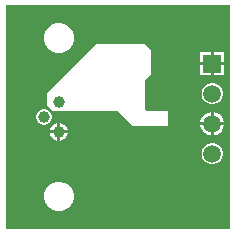
<source format=gbl>
G04*
G04 #@! TF.GenerationSoftware,Altium Limited,Altium Designer,22.2.1 (43)*
G04*
G04 Layer_Physical_Order=2*
G04 Layer_Color=16711680*
%FSAX24Y24*%
%MOIN*%
G70*
G04*
G04 #@! TF.SameCoordinates,E8211669-D0EB-40F5-9659-E9546459CE39*
G04*
G04*
G04 #@! TF.FilePolarity,Positive*
G04*
G01*
G75*
%ADD39C,0.0394*%
%ADD40C,0.0591*%
%ADD41R,0.0591X0.0591*%
G36*
X026969Y018307D02*
X019488D01*
Y025787D01*
X026969D01*
Y018307D01*
D02*
G37*
%LPC*%
G36*
X021325Y025178D02*
X021195D01*
X021070Y025145D01*
X020957Y025080D01*
X020865Y024988D01*
X020800Y024875D01*
X020767Y024750D01*
Y024620D01*
X020800Y024495D01*
X020865Y024382D01*
X020957Y024290D01*
X021070Y024226D01*
X021195Y024192D01*
X021325D01*
X021450Y024226D01*
X021563Y024290D01*
X021654Y024382D01*
X021719Y024495D01*
X021753Y024620D01*
Y024750D01*
X021719Y024875D01*
X021654Y024988D01*
X021563Y025080D01*
X021450Y025145D01*
X021325Y025178D01*
D02*
G37*
G36*
X026773Y024230D02*
X026428D01*
Y023885D01*
X026773D01*
Y024230D01*
D02*
G37*
G36*
X026328D02*
X025983D01*
Y023885D01*
X026328D01*
Y024230D01*
D02*
G37*
G36*
X026773Y023785D02*
X026428D01*
Y023439D01*
X026773D01*
Y023785D01*
D02*
G37*
G36*
X026328D02*
X025983D01*
Y023439D01*
X026328D01*
Y023785D01*
D02*
G37*
G36*
X026425Y023190D02*
X026331D01*
X026241Y023166D01*
X026160Y023119D01*
X026094Y023053D01*
X026047Y022972D01*
X026023Y022881D01*
Y022788D01*
X026047Y022698D01*
X026094Y022617D01*
X026160Y022550D01*
X026241Y022504D01*
X026331Y022479D01*
X026425D01*
X026515Y022504D01*
X026596Y022550D01*
X026662Y022617D01*
X026709Y022698D01*
X026733Y022788D01*
Y022881D01*
X026709Y022972D01*
X026662Y023053D01*
X026596Y023119D01*
X026515Y023166D01*
X026425Y023190D01*
D02*
G37*
G36*
X026430Y022230D02*
X026428D01*
Y021885D01*
X026773D01*
Y021887D01*
X026746Y021987D01*
X026694Y022077D01*
X026621Y022151D01*
X026531Y022203D01*
X026430Y022230D01*
D02*
G37*
G36*
X026328D02*
X026326D01*
X026225Y022203D01*
X026135Y022151D01*
X026062Y022077D01*
X026010Y021987D01*
X025983Y021887D01*
Y021885D01*
X026328D01*
Y022230D01*
D02*
G37*
G36*
X020802Y022304D02*
X020734D01*
X020669Y022287D01*
X020610Y022253D01*
X020562Y022205D01*
X020528Y022146D01*
X020511Y022081D01*
Y022013D01*
X020528Y021948D01*
X020562Y021890D01*
X020610Y021842D01*
X020669Y021808D01*
X020734Y021790D01*
X020802D01*
X020867Y021808D01*
X020925Y021842D01*
X020973Y021890D01*
X021007Y021948D01*
X021025Y022013D01*
Y022081D01*
X021007Y022146D01*
X020973Y022205D01*
X020925Y022253D01*
X020867Y022287D01*
X020802Y022304D01*
D02*
G37*
G36*
X024131Y024490D02*
X022514D01*
X022441Y024409D01*
X020866Y022835D01*
Y022441D01*
X021063Y022244D01*
X023228D01*
X023724Y021748D01*
X024913D01*
Y022113D01*
Y022244D01*
X024213D01*
X024131Y022326D01*
Y023280D01*
X024336Y023485D01*
Y024285D01*
X024131Y024490D01*
D02*
G37*
G36*
X021310Y021849D02*
Y021605D01*
X021554D01*
X021536Y021670D01*
X021497Y021737D01*
X021442Y021793D01*
X021374Y021832D01*
X021310Y021849D01*
D02*
G37*
G36*
X021210D02*
X021145Y021832D01*
X021078Y021793D01*
X021022Y021737D01*
X020983Y021670D01*
X020966Y021605D01*
X021210D01*
Y021849D01*
D02*
G37*
G36*
X026773Y021785D02*
X026428D01*
Y021439D01*
X026430D01*
X026531Y021466D01*
X026621Y021518D01*
X026694Y021592D01*
X026746Y021682D01*
X026773Y021783D01*
Y021785D01*
D02*
G37*
G36*
X026328D02*
X025983D01*
Y021783D01*
X026010Y021682D01*
X026062Y021592D01*
X026135Y021518D01*
X026225Y021466D01*
X026326Y021439D01*
X026328D01*
Y021785D01*
D02*
G37*
G36*
X021554Y021505D02*
X021310D01*
Y021261D01*
X021374Y021279D01*
X021442Y021318D01*
X021497Y021373D01*
X021536Y021441D01*
X021554Y021505D01*
D02*
G37*
G36*
X021210D02*
X020966D01*
X020983Y021441D01*
X021022Y021373D01*
X021078Y021318D01*
X021145Y021279D01*
X021210Y021261D01*
Y021505D01*
D02*
G37*
G36*
X026425Y021190D02*
X026331D01*
X026241Y021166D01*
X026160Y021119D01*
X026094Y021053D01*
X026047Y020972D01*
X026023Y020881D01*
Y020788D01*
X026047Y020698D01*
X026094Y020617D01*
X026160Y020550D01*
X026241Y020504D01*
X026331Y020479D01*
X026425D01*
X026515Y020504D01*
X026596Y020550D01*
X026662Y020617D01*
X026709Y020698D01*
X026733Y020788D01*
Y020881D01*
X026709Y020972D01*
X026662Y021053D01*
X026596Y021119D01*
X026515Y021166D01*
X026425Y021190D01*
D02*
G37*
G36*
X021325Y019903D02*
X021195D01*
X021070Y019869D01*
X020957Y019804D01*
X020865Y019712D01*
X020800Y019600D01*
X020767Y019474D01*
Y019345D01*
X020800Y019219D01*
X020865Y019107D01*
X020957Y019015D01*
X021070Y018950D01*
X021195Y018916D01*
X021325D01*
X021450Y018950D01*
X021563Y019015D01*
X021654Y019107D01*
X021719Y019219D01*
X021753Y019345D01*
Y019474D01*
X021719Y019600D01*
X021654Y019712D01*
X021563Y019804D01*
X021450Y019869D01*
X021325Y019903D01*
D02*
G37*
%LPD*%
D39*
X021260Y021555D02*
D03*
X020768Y022047D02*
D03*
X021260Y022539D02*
D03*
X023953Y019468D02*
D03*
X022560Y019450D02*
D03*
X021404Y020256D02*
D03*
X022434Y020489D02*
D03*
X021850Y021063D02*
D03*
X021693Y021961D02*
D03*
X020971Y023694D02*
D03*
X022718Y024980D02*
D03*
X023622Y025000D02*
D03*
X024606Y024606D02*
D03*
X025394Y024016D02*
D03*
X023827Y021476D02*
D03*
X026746Y019294D02*
D03*
X020216Y020330D02*
D03*
X020277Y022823D02*
D03*
X024871Y019072D02*
D03*
X024316Y020670D02*
D03*
D40*
X026378Y020835D02*
D03*
Y021835D02*
D03*
Y022835D02*
D03*
D41*
Y023835D02*
D03*
M02*

</source>
